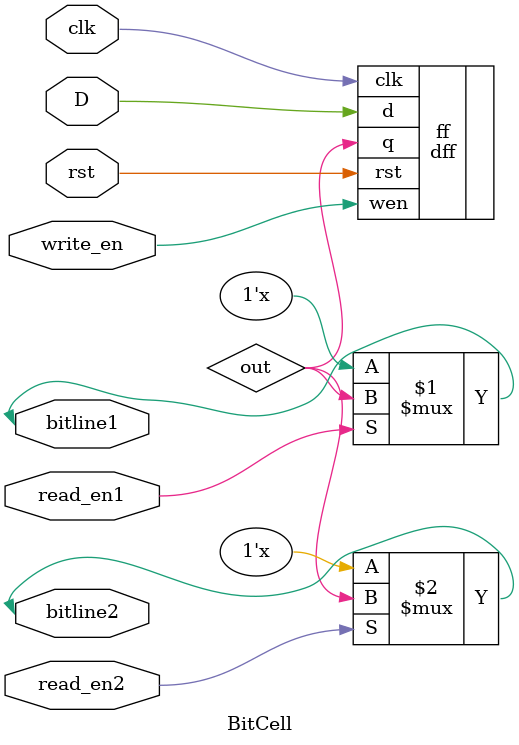
<source format=v>
module BitCell (

	input clk,
	input rst,
	input D,
	input write_en,
	input read_en1,
	input read_en2,
	inout bitline1,
	inout bitline2

);
	
	wire out;

	dff ff ( .q(out), .d(D), .wen(write_en), .clk(clk), .rst(rst) );

	assign bitline1 = read_en1 ? out : 1'bz;
	assign bitline2 = read_en2 ? out : 1'bz;

endmodule

</source>
